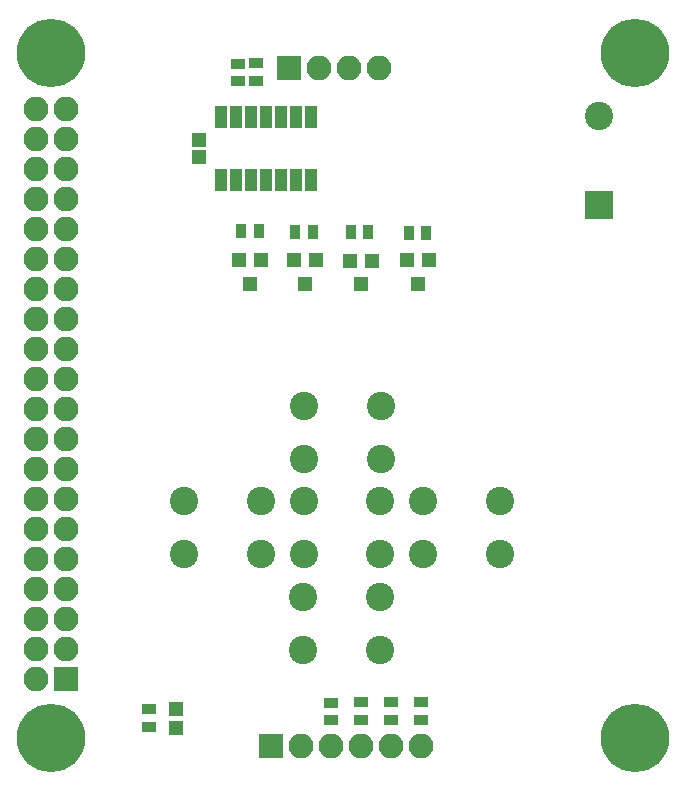
<source format=gbr>
G04 #@! TF.FileFunction,Soldermask,Top*
%FSLAX46Y46*%
G04 Gerber Fmt 4.6, Leading zero omitted, Abs format (unit mm)*
G04 Created by KiCad (PCBNEW 4.0.7) date 07/29/18 11:18:04*
%MOMM*%
%LPD*%
G01*
G04 APERTURE LIST*
%ADD10C,0.100000*%
%ADD11R,1.200000X1.200000*%
%ADD12R,2.100000X2.100000*%
%ADD13O,2.100000X2.100000*%
%ADD14R,1.200000X1.300000*%
%ADD15R,1.300000X0.900000*%
%ADD16C,2.400000*%
%ADD17R,1.000000X1.900000*%
%ADD18C,5.800000*%
%ADD19C,1.200000*%
%ADD20R,0.900000X1.300000*%
%ADD21R,1.150000X1.200000*%
%ADD22R,2.400000X2.400000*%
G04 APERTURE END LIST*
D10*
D11*
X99131120Y-139067640D03*
X99131120Y-140667640D03*
D12*
X107175300Y-142227300D03*
D13*
X109715300Y-142227300D03*
X112255300Y-142227300D03*
X114795300Y-142227300D03*
X117335300Y-142227300D03*
X119875300Y-142227300D03*
D12*
X108686600Y-84747100D03*
D13*
X111226600Y-84747100D03*
X113766600Y-84747100D03*
X116306600Y-84747100D03*
D14*
X106330000Y-101030000D03*
X104430000Y-101030000D03*
X105380000Y-103030000D03*
X110990000Y-101030000D03*
X109090000Y-101030000D03*
X110040000Y-103030000D03*
X115710000Y-101080000D03*
X113810000Y-101080000D03*
X114760000Y-103080000D03*
X120570000Y-101030000D03*
X118670000Y-101030000D03*
X119620000Y-103030000D03*
D15*
X96840040Y-140561760D03*
X96840040Y-139061760D03*
X105920000Y-84380000D03*
X105920000Y-85880000D03*
X104330000Y-84410000D03*
X104330000Y-85910000D03*
D16*
X109915960Y-125927240D03*
X109915960Y-121427240D03*
X116415960Y-125927240D03*
X116415960Y-121427240D03*
X109971840Y-117880520D03*
X109971840Y-113380520D03*
X116471840Y-117880520D03*
X116471840Y-113380520D03*
X109880400Y-134040000D03*
X109880400Y-129540000D03*
X116380400Y-134040000D03*
X116380400Y-129540000D03*
X99801680Y-125927240D03*
X99801680Y-121427240D03*
X106301680Y-125927240D03*
X106301680Y-121427240D03*
X120045480Y-125947560D03*
X120045480Y-121447560D03*
X126545480Y-125947560D03*
X126545480Y-121447560D03*
D17*
X110545880Y-88902560D03*
X109275880Y-88902560D03*
X108005880Y-88902560D03*
X106735880Y-88902560D03*
X105465880Y-88902560D03*
X104195880Y-88902560D03*
X102925880Y-88902560D03*
X102925880Y-94302560D03*
X104195880Y-94302560D03*
X105465880Y-94302560D03*
X106735880Y-94302560D03*
X108005880Y-94302560D03*
X109275880Y-94302560D03*
X110545880Y-94302560D03*
D12*
X89834720Y-136489440D03*
D13*
X87294720Y-136489440D03*
X89834720Y-133949440D03*
X87294720Y-133949440D03*
X89834720Y-131409440D03*
X87294720Y-131409440D03*
X89834720Y-128869440D03*
X87294720Y-128869440D03*
X89834720Y-126329440D03*
X87294720Y-126329440D03*
X89834720Y-123789440D03*
X87294720Y-123789440D03*
X89834720Y-121249440D03*
X87294720Y-121249440D03*
X89834720Y-118709440D03*
X87294720Y-118709440D03*
X89834720Y-116169440D03*
X87294720Y-116169440D03*
X89834720Y-113629440D03*
X87294720Y-113629440D03*
X89834720Y-111089440D03*
X87294720Y-111089440D03*
X89834720Y-108549440D03*
X87294720Y-108549440D03*
X89834720Y-106009440D03*
X87294720Y-106009440D03*
X89834720Y-103469440D03*
X87294720Y-103469440D03*
X89834720Y-100929440D03*
X87294720Y-100929440D03*
X89834720Y-98389440D03*
X87294720Y-98389440D03*
X89834720Y-95849440D03*
X87294720Y-95849440D03*
X89834720Y-93309440D03*
X87294720Y-93309440D03*
X89834720Y-90769440D03*
X87294720Y-90769440D03*
X89834720Y-88229440D03*
X87294720Y-88229440D03*
D18*
X88500000Y-141500000D03*
D19*
X90525000Y-141500000D03*
X89931891Y-142931891D03*
X88500000Y-143525000D03*
X87068109Y-142931891D03*
X86475000Y-141500000D03*
X87068109Y-140068109D03*
X88500000Y-139475000D03*
X89931891Y-140068109D03*
D18*
X138000000Y-141500000D03*
D19*
X140025000Y-141500000D03*
X139431891Y-142931891D03*
X138000000Y-143525000D03*
X136568109Y-142931891D03*
X135975000Y-141500000D03*
X136568109Y-140068109D03*
X138000000Y-139475000D03*
X139431891Y-140068109D03*
D18*
X138000000Y-83500000D03*
D19*
X140025000Y-83500000D03*
X139431891Y-84931891D03*
X138000000Y-85525000D03*
X136568109Y-84931891D03*
X135975000Y-83500000D03*
X136568109Y-82068109D03*
X138000000Y-81475000D03*
X139431891Y-82068109D03*
D18*
X88500000Y-83500000D03*
D19*
X90525000Y-83500000D03*
X89931891Y-84931891D03*
X88500000Y-85525000D03*
X87068109Y-84931891D03*
X86475000Y-83500000D03*
X87068109Y-82068109D03*
X88500000Y-81475000D03*
X89931891Y-82068109D03*
D20*
X120310000Y-98780000D03*
X118810000Y-98780000D03*
X115400000Y-98690000D03*
X113900000Y-98690000D03*
X110700000Y-98650000D03*
X109200000Y-98650000D03*
X106150000Y-98590000D03*
X104650000Y-98590000D03*
D15*
X119875300Y-138497880D03*
X119875300Y-139997880D03*
X117337840Y-138497880D03*
X117337840Y-139997880D03*
X114792760Y-138497880D03*
X114792760Y-139997880D03*
X112242600Y-138505500D03*
X112242600Y-140005500D03*
D21*
X101058980Y-90837320D03*
X101058980Y-92337320D03*
D22*
X134950000Y-96420000D03*
D16*
X134950000Y-88820000D03*
M02*

</source>
